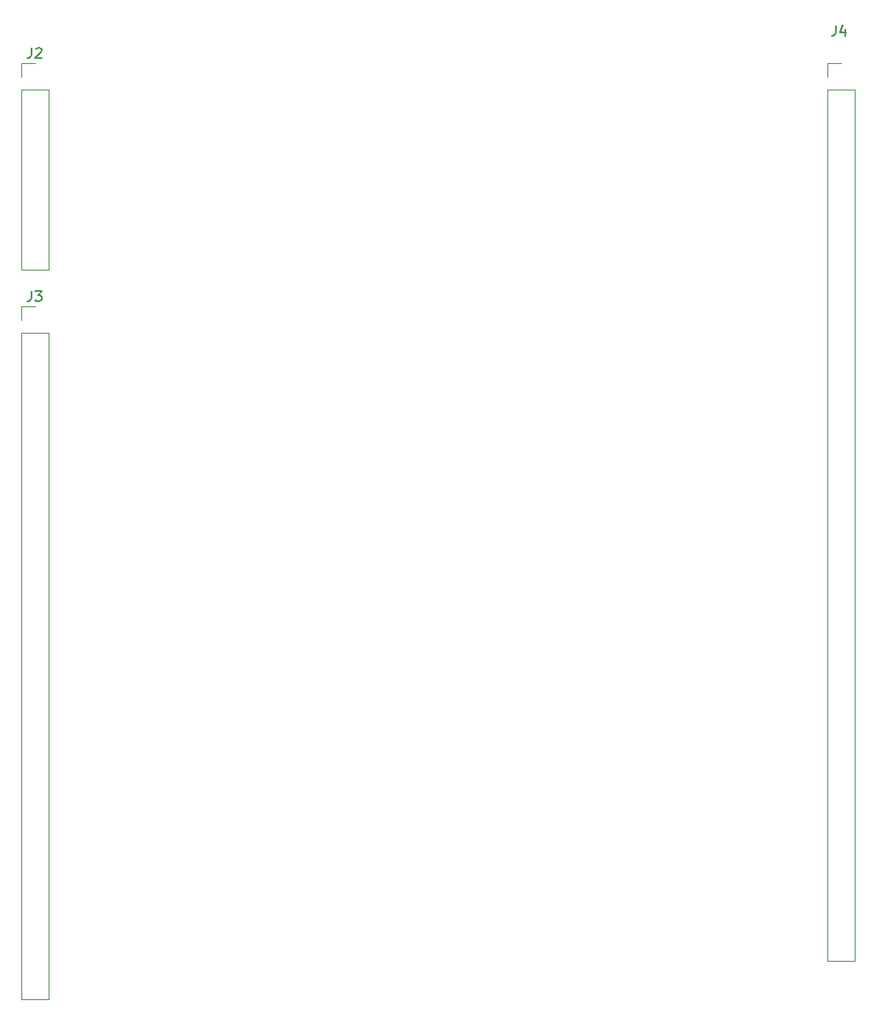
<source format=gbr>
%TF.GenerationSoftware,KiCad,Pcbnew,7.0.5-7.0.5~ubuntu20.04.1*%
%TF.CreationDate,2023-07-21T18:18:41-03:00*%
%TF.ProjectId,Barramento_EITduino,42617272-616d-4656-9e74-6f5f45495464,v01*%
%TF.SameCoordinates,Original*%
%TF.FileFunction,Legend,Top*%
%TF.FilePolarity,Positive*%
%FSLAX46Y46*%
G04 Gerber Fmt 4.6, Leading zero omitted, Abs format (unit mm)*
G04 Created by KiCad (PCBNEW 7.0.5-7.0.5~ubuntu20.04.1) date 2023-07-21 18:18:41*
%MOMM*%
%LPD*%
G01*
G04 APERTURE LIST*
%ADD10C,0.150000*%
%ADD11C,0.120000*%
G04 APERTURE END LIST*
D10*
%TO.C,J4*%
X186191666Y-52069819D02*
X186191666Y-52784104D01*
X186191666Y-52784104D02*
X186144047Y-52926961D01*
X186144047Y-52926961D02*
X186048809Y-53022200D01*
X186048809Y-53022200D02*
X185905952Y-53069819D01*
X185905952Y-53069819D02*
X185810714Y-53069819D01*
X187096428Y-52403152D02*
X187096428Y-53069819D01*
X186858333Y-52022200D02*
X186620238Y-52736485D01*
X186620238Y-52736485D02*
X187239285Y-52736485D01*
%TO.C,J2*%
X106346666Y-54274819D02*
X106346666Y-54989104D01*
X106346666Y-54989104D02*
X106299047Y-55131961D01*
X106299047Y-55131961D02*
X106203809Y-55227200D01*
X106203809Y-55227200D02*
X106060952Y-55274819D01*
X106060952Y-55274819D02*
X105965714Y-55274819D01*
X106775238Y-54370057D02*
X106822857Y-54322438D01*
X106822857Y-54322438D02*
X106918095Y-54274819D01*
X106918095Y-54274819D02*
X107156190Y-54274819D01*
X107156190Y-54274819D02*
X107251428Y-54322438D01*
X107251428Y-54322438D02*
X107299047Y-54370057D01*
X107299047Y-54370057D02*
X107346666Y-54465295D01*
X107346666Y-54465295D02*
X107346666Y-54560533D01*
X107346666Y-54560533D02*
X107299047Y-54703390D01*
X107299047Y-54703390D02*
X106727619Y-55274819D01*
X106727619Y-55274819D02*
X107346666Y-55274819D01*
%TO.C,J3*%
X106346666Y-78404819D02*
X106346666Y-79119104D01*
X106346666Y-79119104D02*
X106299047Y-79261961D01*
X106299047Y-79261961D02*
X106203809Y-79357200D01*
X106203809Y-79357200D02*
X106060952Y-79404819D01*
X106060952Y-79404819D02*
X105965714Y-79404819D01*
X106727619Y-78404819D02*
X107346666Y-78404819D01*
X107346666Y-78404819D02*
X107013333Y-78785771D01*
X107013333Y-78785771D02*
X107156190Y-78785771D01*
X107156190Y-78785771D02*
X107251428Y-78833390D01*
X107251428Y-78833390D02*
X107299047Y-78881009D01*
X107299047Y-78881009D02*
X107346666Y-78976247D01*
X107346666Y-78976247D02*
X107346666Y-79214342D01*
X107346666Y-79214342D02*
X107299047Y-79309580D01*
X107299047Y-79309580D02*
X107251428Y-79357200D01*
X107251428Y-79357200D02*
X107156190Y-79404819D01*
X107156190Y-79404819D02*
X106870476Y-79404819D01*
X106870476Y-79404819D02*
X106775238Y-79357200D01*
X106775238Y-79357200D02*
X106727619Y-79309580D01*
D11*
%TO.C,J4*%
X185360000Y-55820000D02*
X186690000Y-55820000D01*
X185360000Y-57150000D02*
X185360000Y-55820000D01*
X185360000Y-58420000D02*
X185360000Y-144840000D01*
X185360000Y-58420000D02*
X188020000Y-58420000D01*
X185360000Y-144840000D02*
X188020000Y-144840000D01*
X188020000Y-58420000D02*
X188020000Y-144840000D01*
%TO.C,J2*%
X105350000Y-55820000D02*
X106680000Y-55820000D01*
X105350000Y-57150000D02*
X105350000Y-55820000D01*
X105350000Y-58420000D02*
X105350000Y-76260000D01*
X105350000Y-58420000D02*
X108010000Y-58420000D01*
X105350000Y-76260000D02*
X108010000Y-76260000D01*
X108010000Y-58420000D02*
X108010000Y-76260000D01*
%TO.C,J3*%
X105350000Y-79950000D02*
X106680000Y-79950000D01*
X105350000Y-81280000D02*
X105350000Y-79950000D01*
X105350000Y-82550000D02*
X105350000Y-148650000D01*
X105350000Y-82550000D02*
X108010000Y-82550000D01*
X105350000Y-148650000D02*
X108010000Y-148650000D01*
X108010000Y-82550000D02*
X108010000Y-148650000D01*
%TD*%
M02*

</source>
